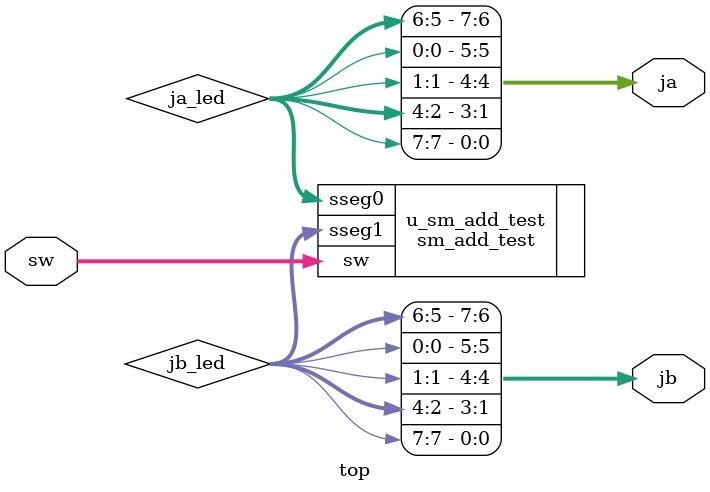
<source format=sv>
module top
    (
        input logic [7:0] sw,
        output logic [7:0] ja,
        output logic [7:0] jb
    );

    // LED TO JMOD A WIRING (SAME FOR JMOD B)
    // BLUE   JA[0] -> DP
    // PURPLE JA[1] -> C
    // GREY   JA[2] -> D
    // WHITE  JA[3] -> E
    // BROWN  JA[4] -> B
    // RED    JA[5] -> A
    // ORANGE JA[6] -> F
    // YELLOW JA[7] -> G

    logic [7:0] ja_led, jb_led;

    assign ja[0] = ja_led[7];
    assign ja[1] = ja_led[2];
    assign ja[2] = ja_led[3];
    assign ja[3] = ja_led[4];
    assign ja[4] = ja_led[1];
    assign ja[5] = ja_led[0];
    assign ja[6] = ja_led[5];
    assign ja[7] = ja_led[6];
    assign jb[0] = jb_led[7];
    assign jb[1] = jb_led[2];
    assign jb[2] = jb_led[3];
    assign jb[3] = jb_led[4];
    assign jb[4] = jb_led[1];
    assign jb[5] = jb_led[0];
    assign jb[6] = jb_led[5];
    assign jb[7] = jb_led[6];

    sm_add_test u_sm_add_test
        (.sw(sw[7:0]), .sseg0(ja_led), .sseg1(jb_led));


endmodule
</source>
